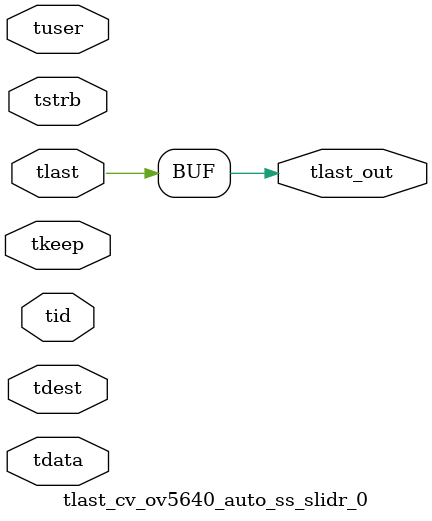
<source format=v>


`timescale 1ps/1ps

module tlast_cv_ov5640_auto_ss_slidr_0 #
(
parameter C_S_AXIS_TID_WIDTH   = 1,
parameter C_S_AXIS_TUSER_WIDTH = 0,
parameter C_S_AXIS_TDATA_WIDTH = 0,
parameter C_S_AXIS_TDEST_WIDTH = 0
)
(
input  [(C_S_AXIS_TID_WIDTH   == 0 ? 1 : C_S_AXIS_TID_WIDTH)-1:0       ] tid,
input  [(C_S_AXIS_TDATA_WIDTH == 0 ? 1 : C_S_AXIS_TDATA_WIDTH)-1:0     ] tdata,
input  [(C_S_AXIS_TUSER_WIDTH == 0 ? 1 : C_S_AXIS_TUSER_WIDTH)-1:0     ] tuser,
input  [(C_S_AXIS_TDEST_WIDTH == 0 ? 1 : C_S_AXIS_TDEST_WIDTH)-1:0     ] tdest,
input  [(C_S_AXIS_TDATA_WIDTH/8)-1:0 ] tkeep,
input  [(C_S_AXIS_TDATA_WIDTH/8)-1:0 ] tstrb,
input  [0:0]                                                             tlast,
output                                                                   tlast_out
);

assign tlast_out = {tlast};

endmodule


</source>
